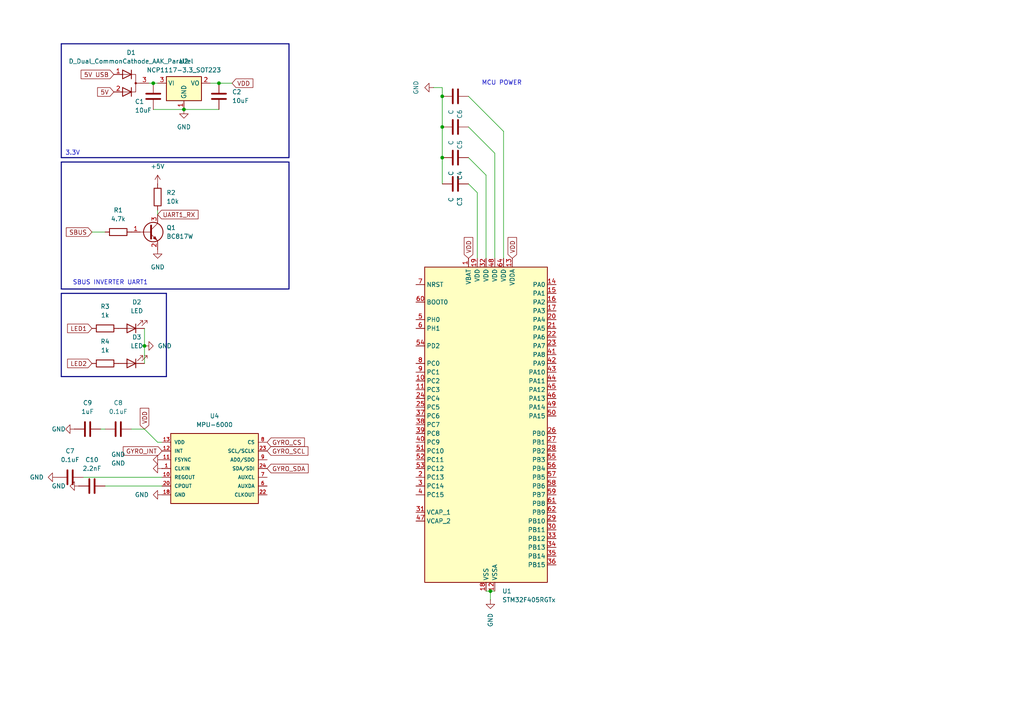
<source format=kicad_sch>
(kicad_sch (version 20250114) (generator "eeschema") (generator_version "9.0")
  (paper "A4")
  (lib_symbols
    (symbol "Device:C" (pin_numbers (hide yes)) (pin_names (offset 0.254))
      (property "Reference" "C" (at 0.635 2.54 0))
      (property "Value" "C" (at 0.635 -2.54 0))
      (symbol "C_0_1"
        (polyline (pts (xy -2.032 0.762) (xy 2.032 0.762)) (stroke (width 0.508)))
        (polyline (pts (xy -2.032 -0.762) (xy 2.032 -0.762)) (stroke (width 0.508)))
      )
      (symbol "C_1_1"
        (pin passive line (at 0 3.81 270) (length 2.794) (name "~") (number "1"))
        (pin passive line (at 0 -3.81 90) (length 2.794) (name "~") (number "2"))
      )
    )
    (symbol "Device:D_Dual_CommonCathode_AAK_Parallel" (pin_names (offset 0.762) (hide yes))
      (property "Reference" "D" (at 0 5.08 0))
      (property "Value" "D_Dual_CommonCathode_AAK_Parallel" (at 0 -5.08 0))
      (symbol "D_Dual_CommonCathode_AAK_Parallel_0_0"
        (polyline (pts (xy 0 1.27) (xy 0 3.81)) (stroke (width 0.254)))
        (polyline (pts (xy 0 -1.27) (xy 0 -3.81)) (stroke (width 0.254)))
      )
      (symbol "D_Dual_CommonCathode_AAK_Parallel_0_1"
        (polyline (pts (xy -2.54 3.81) (xy 0 2.54) (xy -2.54 1.27) (xy -2.54 3.81) (xy -2.54 3.81) (xy -2.54 3.81)) (stroke (width 0.254)))
        (polyline (pts (xy -2.54 -1.27) (xy 0 -2.54) (xy -2.54 -3.81) (xy -2.54 -1.27) (xy -2.54 -1.27) (xy -2.54 -1.27)) (stroke (width 0.254)))
        (polyline (pts (xy -2.54 -2.54) (xy 1.27 -2.54) (xy 1.27 2.54) (xy -2.54 2.54)))
        (polyline (pts (xy 1.27 0) (xy 2.54 0)))
        (circle (center 1.27 0) (radius 0.254) (fill (type outline)))
        (pin passive line (at -5.08 2.54 0) (length 2.54) (name "A") (number "1"))
        (pin passive line (at -5.08 -2.54 0) (length 2.54) (name "A") (number "2"))
        (pin passive line (at 5.08 0 180) (length 2.54) (name "K") (number "3"))
      )
    )
    (symbol "Device:LED" (pin_numbers (hide yes)) (pin_names (offset 1.016) (hide yes))
      (property "Reference" "D" (at 0 2.54 0))
      (property "Value" "LED" (at 0 -2.54 0))
      (symbol "LED_0_1"
        (polyline (pts (xy -3.048 -0.762) (xy -4.572 -2.286) (xy -3.81 -2.286) (xy -4.572 -2.286) (xy -4.572 -1.524)))
        (polyline (pts (xy -1.778 -0.762) (xy -3.302 -2.286) (xy -2.54 -2.286) (xy -3.302 -2.286) (xy -3.302 -1.524)))
        (polyline (pts (xy -1.27 0) (xy 1.27 0)))
        (polyline (pts (xy -1.27 -1.27) (xy -1.27 1.27)) (stroke (width 0.254)))
        (polyline (pts (xy 1.27 -1.27) (xy 1.27 1.27) (xy -1.27 0) (xy 1.27 -1.27)) (stroke (width 0.254)))
      )
      (symbol "LED_1_1"
        (pin passive line (at -3.81 0 0) (length 2.54) (name "K") (number "1"))
        (pin passive line (at 3.81 0 180) (length 2.54) (name "A") (number "2"))
      )
    )
    (symbol "Device:R" (pin_numbers (hide yes)) (pin_names (offset 0))
      (property "Reference" "R" (at 2.032 0 90))
      (property "Value" "R" (at 0 0 90))
      (symbol "R_0_1"
        (rectangle (start -1.016 -2.54) (end 1.016 2.54) (stroke (width 0.254)))
      )
      (symbol "R_1_1"
        (pin passive line (at 0 3.81 270) (length 1.27) (name "~") (number "1"))
        (pin passive line (at 0 -3.81 90) (length 1.27) (name "~") (number "2"))
      )
    )
    (symbol "MCU_ST_STM32F4:STM32F405RGTx"
      (property "Reference" "U" (at -17.78 46.99 0))
      (property "Value" "STM32F405RGTx" (at 10.16 46.99 0))
      (symbol "STM32F405RGTx_0_1"
        (rectangle (start -17.78 -45.72) (end 17.78 45.72) (stroke (width 0.254)) (fill (type background)))
      )
      (symbol "STM32F405RGTx_1_1"
        (pin input line (at -20.32 40.64 0) (length 2.54) (name "NRST") (number "7"))
        (pin input line (at -20.32 35.56 0) (length 2.54) (name "BOOT0") (number "60"))
        (pin bidirectional line (at -20.32 30.48 0) (length 2.54) (name "PH0") (number "5"))
        (pin bidirectional line (at -20.32 27.94 0) (length 2.54) (name "PH1") (number "6"))
        (pin bidirectional line (at -20.32 22.86 0) (length 2.54) (name "PD2") (number "54"))
        (pin bidirectional line (at -20.32 17.78 0) (length 2.54) (name "PC0") (number "8"))
        (pin bidirectional line (at -20.32 15.24 0) (length 2.54) (name "PC1") (number "9"))
        (pin bidirectional line (at -20.32 12.7 0) (length 2.54) (name "PC2") (number "10"))
        (pin bidirectional line (at -20.32 10.16 0) (length 2.54) (name "PC3") (number "11"))
        (pin bidirectional line (at -20.32 7.62 0) (length 2.54) (name "PC4") (number "24"))
        (pin bidirectional line (at -20.32 5.08 0) (length 2.54) (name "PC5") (number "25"))
        (pin bidirectional line (at -20.32 2.54 0) (length 2.54) (name "PC6") (number "37"))
        (pin bidirectional line (at -20.32 0 0) (length 2.54) (name "PC7") (number "38"))
        (pin bidirectional line (at -20.32 -2.54 0) (length 2.54) (name "PC8") (number "39"))
        (pin bidirectional line (at -20.32 -5.08 0) (length 2.54) (name "PC9") (number "40"))
        (pin bidirectional line (at -20.32 -7.62 0) (length 2.54) (name "PC10") (number "51"))
        (pin bidirectional line (at -20.32 -10.16 0) (length 2.54) (name "PC11") (number "52"))
        (pin bidirectional line (at -20.32 -12.7 0) (length 2.54) (name "PC12") (number "53"))
        (pin bidirectional line (at -20.32 -15.24 0) (length 2.54) (name "PC13") (number "2"))
        (pin bidirectional line (at -20.32 -17.78 0) (length 2.54) (name "PC14") (number "3"))
        (pin bidirectional line (at -20.32 -20.32 0) (length 2.54) (name "PC15") (number "4"))
        (pin power_out line (at -20.32 -25.4 0) (length 2.54) (name "VCAP_1") (number "31"))
        (pin power_out line (at -20.32 -27.94 0) (length 2.54) (name "VCAP_2") (number "47"))
        (pin power_in line (at -5.08 48.26 270) (length 2.54) (name "VBAT") (number "1"))
        (pin power_in line (at -2.54 48.26 270) (length 2.54) (name "VDD") (number "19"))
        (pin power_in line (at 0 48.26 270) (length 2.54) (name "VDD") (number "32"))
        (pin power_in line (at 0 -48.26 90) (length 2.54) (name "VSS") (number "18"))
        (pin passive line (at 0 -48.26 90) (length 2.54) (hide yes) (name "VSS") (number "63"))
        (pin power_in line (at 2.54 48.26 270) (length 2.54) (name "VDD") (number "48"))
        (pin power_in line (at 2.54 -48.26 90) (length 2.54) (name "VSSA") (number "12"))
        (pin power_in line (at 5.08 48.26 270) (length 2.54) (name "VDD") (number "64"))
        (pin power_in line (at 7.62 48.26 270) (length 2.54) (name "VDDA") (number "13"))
        (pin bidirectional line (at 20.32 40.64 180) (length 2.54) (name "PA0") (number "14"))
        (pin bidirectional line (at 20.32 38.1 180) (length 2.54) (name "PA1") (number "15"))
        (pin bidirectional line (at 20.32 35.56 180) (length 2.54) (name "PA2") (number "16"))
        (pin bidirectional line (at 20.32 33.02 180) (length 2.54) (name "PA3") (number "17"))
        (pin bidirectional line (at 20.32 30.48 180) (length 2.54) (name "PA4") (number "20"))
        (pin bidirectional line (at 20.32 27.94 180) (length 2.54) (name "PA5") (number "21"))
        (pin bidirectional line (at 20.32 25.4 180) (length 2.54) (name "PA6") (number "22"))
        (pin bidirectional line (at 20.32 22.86 180) (length 2.54) (name "PA7") (number "23"))
        (pin bidirectional line (at 20.32 20.32 180) (length 2.54) (name "PA8") (number "41"))
        (pin bidirectional line (at 20.32 17.78 180) (length 2.54) (name "PA9") (number "42"))
        (pin bidirectional line (at 20.32 15.24 180) (length 2.54) (name "PA10") (number "43"))
        (pin bidirectional line (at 20.32 12.7 180) (length 2.54) (name "PA11") (number "44"))
        (pin bidirectional line (at 20.32 10.16 180) (length 2.54) (name "PA12") (number "45"))
        (pin bidirectional line (at 20.32 7.62 180) (length 2.54) (name "PA13") (number "46"))
        (pin bidirectional line (at 20.32 5.08 180) (length 2.54) (name "PA14") (number "49"))
        (pin bidirectional line (at 20.32 2.54 180) (length 2.54) (name "PA15") (number "50"))
        (pin bidirectional line (at 20.32 -2.54 180) (length 2.54) (name "PB0") (number "26"))
        (pin bidirectional line (at 20.32 -5.08 180) (length 2.54) (name "PB1") (number "27"))
        (pin bidirectional line (at 20.32 -7.62 180) (length 2.54) (name "PB2") (number "28"))
        (pin bidirectional line (at 20.32 -10.16 180) (length 2.54) (name "PB3") (number "55"))
        (pin bidirectional line (at 20.32 -12.7 180) (length 2.54) (name "PB4") (number "56"))
        (pin bidirectional line (at 20.32 -15.24 180) (length 2.54) (name "PB5") (number "57"))
        (pin bidirectional line (at 20.32 -17.78 180) (length 2.54) (name "PB6") (number "58"))
        (pin bidirectional line (at 20.32 -20.32 180) (length 2.54) (name "PB7") (number "59"))
        (pin bidirectional line (at 20.32 -22.86 180) (length 2.54) (name "PB8") (number "61"))
        (pin bidirectional line (at 20.32 -25.4 180) (length 2.54) (name "PB9") (number "62"))
        (pin bidirectional line (at 20.32 -27.94 180) (length 2.54) (name "PB10") (number "29"))
        (pin bidirectional line (at 20.32 -30.48 180) (length 2.54) (name "PB11") (number "30"))
        (pin bidirectional line (at 20.32 -33.02 180) (length 2.54) (name "PB12") (number "33"))
        (pin bidirectional line (at 20.32 -35.56 180) (length 2.54) (name "PB13") (number "34"))
        (pin bidirectional line (at 20.32 -38.1 180) (length 2.54) (name "PB14") (number "35"))
        (pin bidirectional line (at 20.32 -40.64 180) (length 2.54) (name "PB15") (number "36"))
      )
    )
    (symbol "MPU-6000:MPU-6000" (pin_names (offset 1.016))
      (property "Reference" "U" (at -12.7 10.414 0))
      (property "Value" "MPU-6000" (at -12.7 -10.414 0))
      (symbol "MPU-6000_0_0"
        (rectangle (start -12.7 -10.16) (end 12.7 10.16) (stroke (width 0.254)) (fill (type background)))
        (pin bidirectional line (at -15.24 7.62 0) (length 2.54) (name "VDD") (number "13"))
        (pin bidirectional line (at -15.24 5.08 0) (length 2.54) (name "INT") (number "12"))
        (pin bidirectional line (at -15.24 2.54 0) (length 2.54) (name "FSYNC") (number "11"))
        (pin bidirectional line (at -15.24 0 0) (length 2.54) (name "CLKIN") (number "1"))
        (pin bidirectional line (at -15.24 -2.54 0) (length 2.54) (name "REGOUT") (number "10"))
        (pin bidirectional line (at -15.24 -5.08 0) (length 2.54) (name "CPOUT") (number "20"))
        (pin bidirectional line (at -15.24 -7.62 0) (length 2.54) (name "GND") (number "18"))
        (pin bidirectional line (at 15.24 7.62 180) (length 2.54) (name "CS") (number "8"))
        (pin bidirectional line (at 15.24 5.08 180) (length 2.54) (name "SCL/SCLK") (number "23"))
        (pin bidirectional line (at 15.24 2.54 180) (length 2.54) (name "AD0/SDO") (number "9"))
        (pin bidirectional line (at 15.24 0 180) (length 2.54) (name "SDA/SDI") (number "24"))
        (pin bidirectional line (at 15.24 -2.54 180) (length 2.54) (name "AUXCL") (number "7"))
        (pin bidirectional line (at 15.24 -5.08 180) (length 2.54) (name "AUXDA") (number "6"))
        (pin bidirectional line (at 15.24 -7.62 180) (length 2.54) (name "CLKOUT") (number "22"))
      )
    )
    (symbol "Regulator_Linear:NCP1117-3.3_SOT223"
      (property "Reference" "U" (at -3.81 3.175 0))
      (property "Value" "NCP1117-3.3_SOT223" (at 0 3.175 0))
      (symbol "NCP1117-3.3_SOT223_0_1"
        (rectangle (start -5.08 -5.08) (end 5.08 1.905) (stroke (width 0.254)) (fill (type background)))
      )
      (symbol "NCP1117-3.3_SOT223_1_1"
        (pin power_in line (at -7.62 0 0) (length 2.54) (name "VI") (number "3"))
        (pin power_in line (at 0 -7.62 90) (length 2.54) (name "GND") (number "1"))
        (pin power_out line (at 7.62 0 180) (length 2.54) (name "VO") (number "2"))
      )
    )
    (symbol "Transistor_BJT:BC817W" (pin_names (offset 0) (hide yes))
      (property "Reference" "Q" (at 5.08 1.905 0))
      (property "Value" "BC817W" (at 5.08 0 0))
      (symbol "BC817W_0_1"
        (polyline (pts (xy -2.54 0) (xy 0.635 0)))
        (polyline (pts (xy 0.635 1.905) (xy 0.635 -1.905)) (stroke (width 0.508)))
        (circle (center 1.27 0) (radius 2.8194) (stroke (width 0.254)))
      )
      (symbol "BC817W_1_1"
        (polyline (pts (xy 0.635 0.635) (xy 2.54 2.54)))
        (polyline (pts (xy 0.635 -0.635) (xy 2.54 -2.54)))
        (polyline (pts (xy 1.27 -1.778) (xy 1.778 -1.27) (xy 2.286 -2.286) (xy 1.27 -1.778)) (fill (type outline)))
        (pin input line (at -5.08 0 0) (length 2.54) (name "B") (number "1"))
        (pin passive line (at 2.54 5.08 270) (length 2.54) (name "C") (number "3"))
        (pin passive line (at 2.54 -5.08 90) (length 2.54) (name "E") (number "2"))
      )
    )
    (symbol "power:+5V" (power) (pin_numbers (hide yes)) (pin_names (offset 0) (hide yes))
      (property "Value" "+5V" (at 0 3.556 0))
      (symbol "+5V_0_1"
        (polyline (pts (xy -0.762 1.27) (xy 0 2.54)))
        (polyline (pts (xy 0 2.54) (xy 0.762 1.27)))
        (polyline (pts (xy 0 0) (xy 0 2.54)))
      )
      (symbol "+5V_1_1"
        (pin power_in line (at 0 0 90) (length 0) (name "~") (number "1"))
      )
    )
    (symbol "power:GND" (power) (pin_numbers (hide yes)) (pin_names (offset 0) (hide yes))
      (property "Value" "GND" (at 0 -3.81 0))
      (symbol "GND_0_1"
        (polyline (pts (xy 0 0) (xy 0 -1.27) (xy 1.27 -1.27) (xy 0 -2.54) (xy -1.27 -1.27) (xy 0 -1.27)))
      )
      (symbol "GND_1_1"
        (pin power_in line (at 0 0 270) (length 0) (name "~") (number "1"))
      )
    )
  )
  (text "SBUS INVERTER UART1" (at 32.004 82.042 0) (effects (font (size 1.27 1.27))))
  (text "3.3V" (at 21.082 44.45 0) (effects (font (size 1.27 1.27))))
  (text "MCU POWER" (at 145.542 24.13 0) (effects (font (size 1.27 1.27))))
  (junction (at 63.5 24.13))
  (junction (at 128.27 36.83))
  (junction (at 128.27 27.94))
  (junction (at 53.34 31.75))
  (junction (at 41.91 100.33))
  (junction (at 44.45 24.13))
  (junction (at 142.24 171.45))
  (junction (at 128.27 45.72))
  (bus (pts (xy 17.78 85.09) (xy 48.26 85.09)))
  (bus (pts (xy 17.78 46.99) (xy 17.78 83.82)))
  (bus (pts (xy 17.78 45.72) (xy 83.82 45.72)))
  (wire (pts (xy 128.27 45.72) (xy 128.27 53.34)))
  (wire (pts (xy 30.48 140.97) (xy 46.99 140.97)))
  (wire (pts (xy 30.48 67.31) (xy 26.67 67.31)))
  (wire (pts (xy 128.27 27.94) (xy 128.27 36.83)))
  (wire (pts (xy 53.34 31.75) (xy 63.5 31.75)))
  (bus (pts (xy 17.78 46.99) (xy 83.82 46.99)))
  (bus (pts (xy 17.78 12.7) (xy 17.78 45.72)))
  (wire (pts (xy 138.43 74.93) (xy 138.43 55.88)))
  (bus (pts (xy 17.78 85.09) (xy 17.78 109.22)))
  (wire (pts (xy 38.1 124.46) (xy 41.91 124.46)))
  (wire (pts (xy 41.91 124.46) (xy 45.72 128.27)))
  (bus (pts (xy 83.82 46.99) (xy 83.82 83.82)))
  (wire (pts (xy 44.45 24.13) (xy 45.72 24.13)))
  (wire (pts (xy 41.91 95.25) (xy 41.91 100.33)))
  (wire (pts (xy 143.51 74.93) (xy 143.51 44.45)))
  (bus (pts (xy 17.78 12.7) (xy 83.82 12.7)))
  (wire (pts (xy 143.51 171.45) (xy 142.24 171.45)))
  (wire (pts (xy 146.05 74.93) (xy 146.05 38.1)))
  (wire (pts (xy 138.43 55.88) (xy 135.89 53.34)))
  (wire (pts (xy 67.31 24.13) (xy 63.5 24.13)))
  (wire (pts (xy 128.27 36.83) (xy 128.27 45.72)))
  (wire (pts (xy 142.24 171.45) (xy 140.97 171.45)))
  (wire (pts (xy 45.72 60.96) (xy 45.72 62.23)))
  (wire (pts (xy 44.45 31.75) (xy 53.34 31.75)))
  (wire (pts (xy 140.97 50.8) (xy 135.89 45.72)))
  (wire (pts (xy 128.27 25.4) (xy 128.27 27.94)))
  (wire (pts (xy 142.24 171.45) (xy 142.24 173.99)))
  (wire (pts (xy 140.97 74.93) (xy 140.97 50.8)))
  (wire (pts (xy 63.5 24.13) (xy 60.96 24.13)))
  (wire (pts (xy 43.18 24.13) (xy 44.45 24.13)))
  (wire (pts (xy 24.13 138.43) (xy 46.99 138.43)))
  (wire (pts (xy 128.27 25.4) (xy 125.73 25.4)))
  (bus (pts (xy 83.82 12.7) (xy 83.82 45.72)))
  (bus (pts (xy 48.26 85.09) (xy 48.26 109.22)))
  (bus (pts (xy 17.78 83.82) (xy 83.82 83.82)))
  (wire (pts (xy 41.91 100.33) (xy 41.91 105.41)))
  (bus (pts (xy 17.78 109.22) (xy 48.26 109.22)))
  (wire (pts (xy 143.51 44.45) (xy 135.89 36.83)))
  (wire (pts (xy 45.72 128.27) (xy 46.99 128.27)))
  (wire (pts (xy 146.05 38.1) (xy 135.89 27.94)))
  (wire (pts (xy 29.21 124.46) (xy 30.48 124.46)))
  (global_label "5V" (shape input) (at 33.02 26.67 180) (property "Intersheetrefs" "${INTERSHEET_REFS}" (effects (hide yes))))
  (global_label "SBUS" (shape input) (at 26.67 67.31 180) (property "Intersheetrefs" "${INTERSHEET_REFS}" (effects (hide yes))))
  (global_label "GYRO_CS" (shape input) (at 77.47 128.27 0) (property "Intersheetrefs" "${INTERSHEET_REFS}" (effects (hide yes))))
  (global_label "5V USB" (shape input) (at 33.02 21.59 180) (property "Intersheetrefs" "${INTERSHEET_REFS}" (effects (hide yes))))
  (global_label "GYRO_SCL" (shape input) (at 77.47 130.81 0) (property "Intersheetrefs" "${INTERSHEET_REFS}" (effects (hide yes))))
  (global_label "VDD" (shape input) (at 67.31 24.13 0) (property "Intersheetrefs" "${INTERSHEET_REFS}" (effects (hide yes))))
  (global_label "UART1_RX" (shape input) (at 45.72 62.23 0) (property "Intersheetrefs" "${INTERSHEET_REFS}" (effects (hide yes))))
  (global_label "GYRO_INT" (shape input) (at 46.99 130.81 180) (property "Intersheetrefs" "${INTERSHEET_REFS}" (effects (hide yes))))
  (global_label "LED1" (shape input) (at 26.67 95.25 180) (property "Intersheetrefs" "${INTERSHEET_REFS}" (effects (hide yes))))
  (global_label "LED2" (shape input) (at 26.67 105.41 180) (property "Intersheetrefs" "${INTERSHEET_REFS}" (effects (hide yes))))
  (global_label "GYRO_SDA" (shape input) (at 77.47 135.89 0) (property "Intersheetrefs" "${INTERSHEET_REFS}" (effects (hide yes))))
  (global_label "VDD" (shape input) (at 41.91 124.46 90) (property "Intersheetrefs" "${INTERSHEET_REFS}" (effects (hide yes))))
  (global_label "VDD" (shape input) (at 148.59 74.93 90) (property "Intersheetrefs" "${INTERSHEET_REFS}" (effects (hide yes))))
  (global_label "VDD" (shape input) (at 135.89 74.93 90) (property "Intersheetrefs" "${INTERSHEET_REFS}" (effects (hide yes))))
  (symbol (lib_id "MCU_ST_STM32F4:STM32F405RGTx") (at 140.97 123.19 0) (unit 1)
    (property "Reference" "U1" (at 145.6533 171.45 0) (effects (justify left)))
    (property "Value" "STM32F405RGTx" (at 145.6533 173.99 0) (effects (justify left)))
    (property "Footprint" "Package_QFP:LQFP-64_10x10mm_P0.5mm" (effects (hide yes)))
    (property "Datasheet" "https://www.st.com/resource/en/datasheet/stm32f405rg.pdf" (effects (hide yes)))
    (property "Description" "STMicroelectronics Arm Cortex-M4 MCU, 1024KB flash, 192KB RAM, 168 MHz, 1.8-3.6V, 51 GPIO, LQFP64" (effects (hide yes)))
  )
  (symbol (lib_id "power:GND") (at 142.24 173.99 0) (unit 1)
    (property "Reference" "#PWR05" (effects (hide yes)))
    (property "Value" "GND" (at 142.2401 177.8 90) (effects (justify right)))
    (property "Description" "Power symbol creates a global label with name \"GND\" , ground" (effects (hide yes)))
  )
  (symbol (lib_id "Device:LED") (at 38.1 105.41 180) (unit 1)
    (property "Reference" "D3" (at 39.6875 97.79 0))
    (property "Value" "LED" (at 39.6875 100.33 0))
    (property "Description" "Light emitting diode" (effects (hide yes)))
    (property "Sim.Pins" "1=K 2=A" (effects (hide yes)))
  )
  (symbol (lib_id "Device:R") (at 30.48 105.41 90) (unit 1)
    (property "Reference" "R4" (at 30.48 99.06 90))
    (property "Value" "1k" (at 30.48 101.6 90))
    (property "Description" "Resistor" (effects (hide yes)))
  )
  (symbol (lib_id "Device:C") (at 132.08 45.72 270) (unit 1)
    (property "Reference" "C4" (at 133.3501 49.53 0) (effects (justify left)))
    (property "Value" "C" (at 130.8101 49.53 0) (effects (justify left)))
    (property "Description" "Unpolarized capacitor" (effects (hide yes)))
  )
  (symbol (lib_id "Device:C") (at 132.08 27.94 270) (unit 1)
    (property "Reference" "C6" (at 133.3501 31.75 0) (effects (justify left)))
    (property "Value" "C" (at 130.8101 31.75 0) (effects (justify left)))
    (property "Description" "Unpolarized capacitor" (effects (hide yes)))
  )
  (symbol (lib_id "power:GND") (at 16.51 138.43 270) (unit 1)
    (property "Reference" "#PWR09" (effects (hide yes)))
    (property "Value" "GND" (at 12.7 138.4299 90) (effects (justify right)))
    (property "Description" "Power symbol creates a global label with name \"GND\" , ground" (effects (hide yes)))
  )
  (symbol (lib_id "Device:R") (at 45.72 57.15 0) (unit 1)
    (property "Reference" "R2" (at 48.26 55.8799 0) (effects (justify left)))
    (property "Value" "10k" (at 48.26 58.4199 0) (effects (justify left)))
    (property "Description" "Resistor" (effects (hide yes)))
  )
  (symbol (lib_id "Device:C") (at 132.08 53.34 270) (unit 1)
    (property "Reference" "C3" (at 133.3501 57.15 0) (effects (justify left)))
    (property "Value" "C" (at 130.8101 57.15 0) (effects (justify left)))
    (property "Description" "Unpolarized capacitor" (effects (hide yes)))
  )
  (symbol (lib_id "power:GND") (at 46.99 143.51 270) (unit 1)
    (property "Reference" "#PWR07" (effects (hide yes)))
    (property "Value" "GND" (at 43.18 143.5099 90) (effects (justify right)))
    (property "Description" "Power symbol creates a global label with name \"GND\" , ground" (effects (hide yes)))
  )
  (symbol (lib_id "power:GND") (at 21.59 124.46 270) (unit 1)
    (property "Reference" "#PWR011" (effects (hide yes)))
    (property "Value" "GND" (at 19.05 124.4599 90) (effects (justify right)))
    (property "Description" "Power symbol creates a global label with name \"GND\" , ground" (effects (hide yes)))
  )
  (symbol (lib_id "Device:R") (at 34.29 67.31 90) (unit 1)
    (property "Reference" "R1" (at 34.29 60.96 90))
    (property "Value" "4.7k" (at 34.29 63.5 90))
    (property "Description" "Resistor" (effects (hide yes)))
  )
  (symbol (lib_id "power:GND") (at 53.34 31.75 0) (unit 1)
    (property "Reference" "#PWR01" (effects (hide yes)))
    (property "Value" "GND" (at 53.34 36.83 0))
    (property "Description" "Power symbol creates a global label with name \"GND\" , ground" (effects (hide yes)))
  )
  (symbol (lib_id "Device:C") (at 132.08 36.83 270) (unit 1)
    (property "Reference" "C5" (at 133.3501 40.64 0) (effects (justify left)))
    (property "Value" "C" (at 130.8101 40.64 0) (effects (justify left)))
    (property "Description" "Unpolarized capacitor" (effects (hide yes)))
  )
  (symbol (lib_id "Device:C") (at 34.29 124.46 90) (unit 1)
    (property "Reference" "C8" (at 34.29 116.84 90))
    (property "Value" "0.1uF" (at 34.29 119.38 90))
    (property "Description" "Unpolarized capacitor" (effects (hide yes)))
  )
  (symbol (lib_id "Device:C") (at 26.67 140.97 90) (unit 1)
    (property "Reference" "C10" (at 26.67 133.35 90))
    (property "Value" "2.2nF" (at 26.67 135.89 90))
    (property "Description" "Unpolarized capacitor" (effects (hide yes)))
  )
  (symbol (lib_id "power:GND") (at 46.99 135.89 270) (unit 1)
    (property "Reference" "#PWR08" (effects (hide yes)))
    (property "Value" "GND" (at 36.322 134.366 90) (effects (justify right)))
    (property "Description" "Power symbol creates a global label with name \"GND\" , ground" (effects (hide yes)))
  )
  (symbol (lib_id "Device:C") (at 25.4 124.46 90) (unit 1)
    (property "Reference" "C9" (at 25.4 116.84 90))
    (property "Value" "1uF" (at 25.4 119.38 90))
    (property "Description" "Unpolarized capacitor" (effects (hide yes)))
  )
  (symbol (lib_id "Device:C") (at 63.5 27.94 0) (unit 1)
    (property "Reference" "C2" (at 67.31 26.6699 0) (effects (justify left)))
    (property "Value" "10uF" (at 67.31 29.2099 0) (effects (justify left)))
    (property "Description" "Unpolarized capacitor" (effects (hide yes)))
  )
  (symbol (lib_id "power:GND") (at 45.72 72.39 0) (unit 1)
    (property "Reference" "#PWR02" (effects (hide yes)))
    (property "Value" "GND" (at 45.72 77.47 0))
    (property "Description" "Power symbol creates a global label with name \"GND\" , ground" (effects (hide yes)))
  )
  (symbol (lib_id "Device:D_Dual_CommonCathode_AAK_Parallel") (at 38.1 24.13 0) (unit 1)
    (property "Reference" "D1" (at 38.0365 15.24 0))
    (property "Value" "D_Dual_CommonCathode_AAK_Parallel" (at 38.0365 17.78 0))
    (property "Description" "Dual diode, common cathode on pin 1" (effects (hide yes)))
  )
  (symbol (lib_id "power:GND") (at 125.73 25.4 270) (unit 1)
    (property "Reference" "#PWR04" (effects (hide yes)))
    (property "Value" "GND" (at 120.65 25.4 0))
    (property "Description" "Power symbol creates a global label with name \"GND\" , ground" (effects (hide yes)))
  )
  (symbol (lib_id "Regulator_Linear:NCP1117-3.3_SOT223") (at 53.34 24.13 0) (unit 1)
    (property "Reference" "U2" (at 53.34 17.78 0))
    (property "Value" "NCP1117-3.3_SOT223" (at 53.34 20.32 0))
    (property "Footprint" "Package_TO_SOT_SMD:SOT-223-3_TabPin2" (effects (hide yes)))
    (property "Datasheet" "http://www.onsemi.com/pub_link/Collateral/NCP1117-D.PDF" (effects (hide yes)))
    (property "Description" "1A Low drop-out regulator, Fixed Output 3.3V, SOT-223" (effects (hide yes)))
  )
  (symbol (lib_id "Transistor_BJT:BC817W") (at 43.18 67.31 0) (unit 1)
    (property "Reference" "Q1" (at 48.26 66.0399 0) (effects (justify left)))
    (property "Value" "BC817W" (at 48.26 68.5799 0) (effects (justify left)))
    (property "Footprint" "Package_TO_SOT_SMD:SOT-323_SC-70" (effects (hide yes)))
    (property "Datasheet" "https://www.onsemi.com/pub/Collateral/BC818-D.pdf" (effects (hide yes)))
    (property "Description" "0.8A Ic, 45V Vce, NPN Transistor, SOT-323" (effects (hide yes)))
  )
  (symbol (lib_id "Device:C") (at 44.45 27.94 0) (unit 1)
    (property "Reference" "C1" (at 39.116 29.464 0) (effects (justify left)))
    (property "Value" "10uF" (at 39.116 32.004 0) (effects (justify left)))
    (property "Description" "Unpolarized capacitor" (effects (hide yes)))
  )
  (symbol (lib_id "MPU-6000:MPU-6000") (at 62.23 135.89 0) (unit 1)
    (property "Reference" "U4" (at 62.23 120.65 0))
    (property "Value" "MPU-6000" (at 62.23 123.19 0))
    (property "Footprint" "MPU-6000:QFN-24-EP" (effects (hide yes)))
    (property "MF" "TDK InvenSense" (effects (hide yes)))
    (property "Description_1" "MPU-6000 series Accelerometer, Gyroscope, 3 Axis Sensor Evaluation Board" (effects (hide yes)))
    (property "Package" "QFN-24 InvenSense" (effects (hide yes)))
    (property "Price" "None" (effects (hide yes)))
    (property "SF_ID" "SEN-11234" (effects (hide yes)))
    (property "PROD_ID" "IC-11089" (effects (hide yes)))
    (property "SnapEDA_Link" "https://www.snapeda.com/parts/MPU-6000/TDK/view-part/?ref=snap" (effects (hide yes)))
    (property "MP" "MPU-6000" (effects (hide yes)))
    (property "Availability" "In Stock" (effects (hide yes)))
    (property "Check_prices" "https://www.snapeda.com/parts/MPU-6000/TDK/view-part/?ref=eda" (effects (hide yes)))
  )
  (symbol (lib_id "Device:R") (at 30.48 95.25 90) (unit 1)
    (property "Reference" "R3" (at 30.48 88.9 90))
    (property "Value" "1k" (at 30.48 91.44 90))
    (property "Description" "Resistor" (effects (hide yes)))
  )
  (symbol (lib_id "power:+5V") (at 45.72 53.34 0) (unit 1)
    (property "Reference" "#PWR03" (effects (hide yes)))
    (property "Value" "+5V" (at 45.72 48.26 0))
    (property "Description" "Power symbol creates a global label with name \"+5V\"" (effects (hide yes)))
  )
  (symbol (lib_id "Device:LED") (at 38.1 95.25 180) (unit 1)
    (property "Reference" "D2" (at 39.6875 87.63 0))
    (property "Value" "LED" (at 39.6875 90.17 0))
    (property "Description" "Light emitting diode" (effects (hide yes)))
    (property "Sim.Pins" "1=K 2=A" (effects (hide yes)))
  )
  (symbol (lib_id "power:GND") (at 22.86 140.97 270) (unit 1)
    (property "Reference" "#PWR012" (effects (hide yes)))
    (property "Value" "GND" (at 19.05 140.9699 90) (effects (justify right)))
    (property "Description" "Power symbol creates a global label with name \"GND\" , ground" (effects (hide yes)))
  )
  (symbol (lib_id "Device:C") (at 20.32 138.43 90) (unit 1)
    (property "Reference" "C7" (at 20.32 130.81 90))
    (property "Value" "0.1uF" (at 20.32 133.35 90))
    (property "Description" "Unpolarized capacitor" (effects (hide yes)))
  )
  (symbol (lib_id "power:GND") (at 46.99 133.35 270) (unit 1)
    (property "Reference" "#PWR010" (effects (hide yes)))
    (property "Value" "GND" (at 36.322 131.826 90) (effects (justify right)))
    (property "Description" "Power symbol creates a global label with name \"GND\" , ground" (effects (hide yes)))
  )
  (symbol (lib_id "power:GND") (at 41.91 100.33 90) (unit 1)
    (property "Reference" "#PWR06" (effects (hide yes)))
    (property "Value" "GND" (at 45.72 100.3299 90) (effects (justify right)))
    (property "Description" "Power symbol creates a global label with name \"GND\" , ground" (effects (hide yes)))
  )
)
</source>
